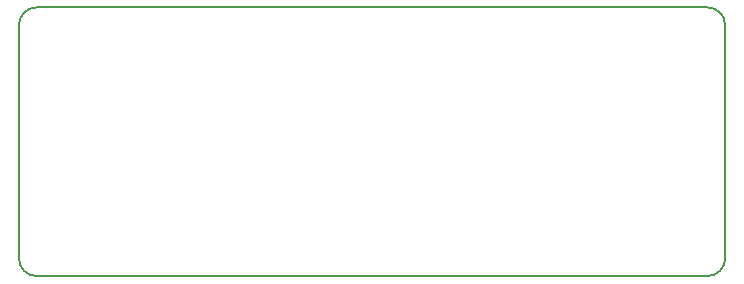
<source format=gm1>
G04*
G04 #@! TF.GenerationSoftware,Altium Limited,Altium Designer,18.1.9 (240)*
G04*
G04 Layer_Color=16711935*
%FSLAX43Y43*%
%MOMM*%
G71*
G01*
G75*
%ADD13C,0.200*%
D13*
X126900Y148150D02*
G03*
X125400Y146650I0J-1500D01*
G01*
X125400Y126900D02*
G03*
X126900Y125400I1500J0D01*
G01*
X185200Y146650D02*
G03*
X183700Y148150I-1500J0D01*
G01*
X183700Y125400D02*
G03*
X185200Y126900I0J1500D01*
G01*
X126900Y148150D02*
X183700Y148150D01*
X185200Y126900D02*
Y146650D01*
X125400Y126900D02*
Y146650D01*
X126900Y125400D02*
X183700Y125400D01*
M02*

</source>
